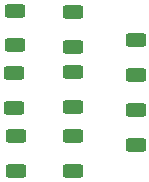
<source format=gbr>
%TF.GenerationSoftware,KiCad,Pcbnew,7.0.1*%
%TF.CreationDate,2023-09-18T10:22:05-04:00*%
%TF.ProjectId,Groove Coaster,47726f6f-7665-4204-936f-61737465722e,rev?*%
%TF.SameCoordinates,Original*%
%TF.FileFunction,Paste,Top*%
%TF.FilePolarity,Positive*%
%FSLAX46Y46*%
G04 Gerber Fmt 4.6, Leading zero omitted, Abs format (unit mm)*
G04 Created by KiCad (PCBNEW 7.0.1) date 2023-09-18 10:22:05*
%MOMM*%
%LPD*%
G01*
G04 APERTURE LIST*
G04 Aperture macros list*
%AMRoundRect*
0 Rectangle with rounded corners*
0 $1 Rounding radius*
0 $2 $3 $4 $5 $6 $7 $8 $9 X,Y pos of 4 corners*
0 Add a 4 corners polygon primitive as box body*
4,1,4,$2,$3,$4,$5,$6,$7,$8,$9,$2,$3,0*
0 Add four circle primitives for the rounded corners*
1,1,$1+$1,$2,$3*
1,1,$1+$1,$4,$5*
1,1,$1+$1,$6,$7*
1,1,$1+$1,$8,$9*
0 Add four rect primitives between the rounded corners*
20,1,$1+$1,$2,$3,$4,$5,0*
20,1,$1+$1,$4,$5,$6,$7,0*
20,1,$1+$1,$6,$7,$8,$9,0*
20,1,$1+$1,$8,$9,$2,$3,0*%
G04 Aperture macros list end*
%ADD10RoundRect,0.250000X-0.625000X0.312500X-0.625000X-0.312500X0.625000X-0.312500X0.625000X0.312500X0*%
%ADD11RoundRect,0.250000X0.625000X-0.312500X0.625000X0.312500X-0.625000X0.312500X-0.625000X-0.312500X0*%
G04 APERTURE END LIST*
D10*
%TO.C,R1*%
X111700000Y-53775000D03*
X111700000Y-56700000D03*
%TD*%
D11*
%TO.C,R2*%
X121900000Y-59225000D03*
X121900000Y-56300000D03*
%TD*%
D10*
%TO.C,R3*%
X121900000Y-62200000D03*
X121900000Y-65125000D03*
%TD*%
D11*
%TO.C,R4*%
X111800000Y-67362500D03*
X111800000Y-64437500D03*
%TD*%
%TO.C,R5*%
X111600000Y-62000000D03*
X111600000Y-59075000D03*
%TD*%
%TO.C,R12*%
X116600000Y-56825000D03*
X116600000Y-53900000D03*
%TD*%
%TO.C,R13*%
X116600000Y-61925000D03*
X116600000Y-59000000D03*
%TD*%
%TO.C,R14*%
X116600000Y-67325000D03*
X116600000Y-64400000D03*
%TD*%
M02*

</source>
